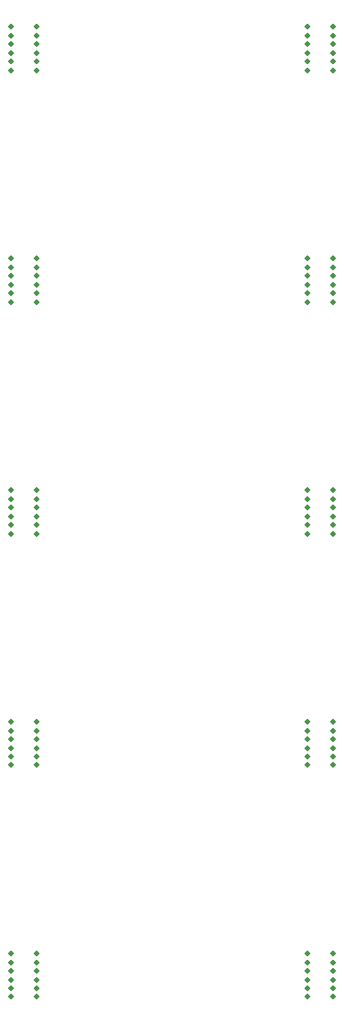
<source format=gts>
G04 #@! TF.GenerationSoftware,KiCad,Pcbnew,8.0.4-8.0.4-0~ubuntu22.04.1*
G04 #@! TF.CreationDate,2024-07-28T23:22:14+02:00*
G04 #@! TF.ProjectId,FrontPanel_panel,46726f6e-7450-4616-9e65-6c5f70616e65,0.1*
G04 #@! TF.SameCoordinates,Original*
G04 #@! TF.FileFunction,Soldermask,Top*
G04 #@! TF.FilePolarity,Negative*
%FSLAX46Y46*%
G04 Gerber Fmt 4.6, Leading zero omitted, Abs format (unit mm)*
G04 Created by KiCad (PCBNEW 8.0.4-8.0.4-0~ubuntu22.04.1) date 2024-07-28 23:22:14*
%MOMM*%
%LPD*%
G01*
G04 APERTURE LIST*
%ADD10C,0.500000*%
G04 APERTURE END LIST*
D10*
X161000000Y-105266666D03*
X163400000Y-61633334D03*
X161000000Y-103666666D03*
X136000000Y-83050000D03*
X133600000Y-61633334D03*
X163400000Y-107666666D03*
X133600000Y-105266666D03*
X163400000Y-86250000D03*
X163400000Y-106066666D03*
X136000000Y-41016667D03*
X133600000Y-43416667D03*
X163400000Y-64833334D03*
X163400000Y-63233334D03*
X161000000Y-60833334D03*
X161000000Y-40216667D03*
X163400000Y-85450000D03*
X133600000Y-128283333D03*
X133600000Y-82250000D03*
X133600000Y-84650000D03*
X136000000Y-63233334D03*
X136000000Y-62433334D03*
X133600000Y-106866666D03*
X163400000Y-103666666D03*
X163400000Y-83850000D03*
X133600000Y-64833334D03*
X133600000Y-41816667D03*
X161000000Y-41816667D03*
X161000000Y-125883333D03*
X161000000Y-128283333D03*
X133600000Y-85450000D03*
X163400000Y-83050000D03*
X133600000Y-103666666D03*
X161000000Y-62433334D03*
X163400000Y-43416667D03*
X161000000Y-107666666D03*
X161000000Y-63233334D03*
X136000000Y-125083333D03*
X161000000Y-129083333D03*
X133600000Y-39416667D03*
X136000000Y-104466666D03*
X136000000Y-127483333D03*
X163400000Y-41016667D03*
X133600000Y-63233334D03*
X133600000Y-125883333D03*
X136000000Y-129083333D03*
X133600000Y-104466666D03*
X161000000Y-83050000D03*
X133600000Y-60833334D03*
X163400000Y-62433334D03*
X163400000Y-42616667D03*
X161000000Y-125083333D03*
X161000000Y-64033334D03*
X133600000Y-106066666D03*
X133600000Y-42616667D03*
X136000000Y-105266666D03*
X136000000Y-83850000D03*
X133600000Y-127483333D03*
X133600000Y-125083333D03*
X136000000Y-128283333D03*
X136000000Y-85450000D03*
X161000000Y-126683333D03*
X136000000Y-82250000D03*
X133600000Y-83050000D03*
X163400000Y-125883333D03*
X163400000Y-64033334D03*
X161000000Y-64833334D03*
X133600000Y-126683333D03*
X136000000Y-64033334D03*
X163400000Y-129083333D03*
X163400000Y-126683333D03*
X161000000Y-39416667D03*
X136000000Y-42616667D03*
X161000000Y-42616667D03*
X163400000Y-104466666D03*
X136000000Y-64833334D03*
X163400000Y-106866666D03*
X133600000Y-62433334D03*
X133600000Y-83850000D03*
X163400000Y-125083333D03*
X136000000Y-40216667D03*
X161000000Y-127483333D03*
X136000000Y-103666666D03*
X136000000Y-84650000D03*
X163400000Y-105266666D03*
X136000000Y-43416667D03*
X161000000Y-85450000D03*
X161000000Y-104466666D03*
X163400000Y-60833334D03*
X136000000Y-86250000D03*
X136000000Y-125883333D03*
X133600000Y-64033334D03*
X161000000Y-86250000D03*
X161000000Y-84650000D03*
X133600000Y-107666666D03*
X163400000Y-39416667D03*
X161000000Y-106866666D03*
X161000000Y-83850000D03*
X163400000Y-84650000D03*
X136000000Y-106066666D03*
X161000000Y-106066666D03*
X136000000Y-107666666D03*
X163400000Y-128283333D03*
X133600000Y-41016667D03*
X136000000Y-126683333D03*
X163400000Y-127483333D03*
X161000000Y-82250000D03*
X161000000Y-43416667D03*
X136000000Y-39416667D03*
X136000000Y-41816667D03*
X136000000Y-60833334D03*
X163400000Y-40216667D03*
X133600000Y-86250000D03*
X133600000Y-129083333D03*
X163400000Y-41816667D03*
X161000000Y-61633334D03*
X133600000Y-40216667D03*
X163400000Y-82250000D03*
X136000000Y-61633334D03*
X136000000Y-106866666D03*
X161000000Y-41016667D03*
M02*

</source>
